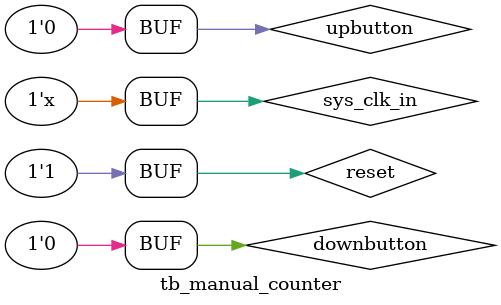
<source format=v>
`timescale 1ns/1ns
module tb_manual_counter();
    reg sys_clk_in;
    reg reset;
    reg upbutton;
    reg downbutton;
    wire [3:0] num;
    wire upbuttonFlag;
    wire downbuttonFlag;

parameter clk_freq = 28'd1000_0000; // 10MHz clock input
parameter debounce_freq = 28'd500_0000;  //5MHz debounce frequency

manual_counter #(
    .clk_freq(clk_freq),
    .debounce_freq(debounce_freq) 
) UUT1(
    .sys_clk_in(sys_clk_in),
    .reset(reset),
    .upbutton(upbutton),
    .downbutton(downbutton),
    .num(num),
    .upbuttonFlag(upbuttonFlag),
    .downbuttonFlag(downbuttonFlag)
);

initial 
begin
        sys_clk_in = 1'b0; // Initialize the clock input to 0
        upbutton = 1'b0; // Initialize the clock input to 0
        downbutton = 1'b0; // Initialize the clock input to 0
    #1  reset = 1'b1; // Initialize the clock input to 0
    #1  reset = 1'b0; // Initialize the clock input to 0
    #1  reset = 1'b1; // Initialize the clock input to 0
    // simulate the button bounce
    #17 
        begin
        upbutton = 1'b1; // Set the upbutton to 1
        end
    #10
        begin
        upbutton = 1'b0; // Set the upbutton to 0
        end
    #15
        begin
        upbutton = 1'b1; // Set the upbutton to 1
        end
    #10
        begin
        upbutton = 1'b0; // Set the upbutton to 0
        end
   
    #45 
        begin
        downbutton = 1'b1; // Set the upbutton to 1
        end
    #10
        begin
        downbutton = 1'b0; // Set the upbutton to 0
        end
    #15
        begin
        downbutton = 1'b1; // Set the upbutton to 1
        end
    #10
        begin
        downbutton = 1'b0; // Set the upbutton to 0
        end
    
    //simulate normal counting 
    #25 
        begin
        upbutton = 1'b1; // Set the upbutton to 1
        end
    #10
        begin
        upbutton = 1'b0; // Set the upbutton to 0
        end
    #55
        begin
        upbutton = 1'b1; // Set the upbutton to 1   
        end
    #10
        begin
        upbutton = 1'b0; // Set the upbutton to 0
        end
    #50
        begin
        downbutton = 1'b1; // Set the downbutton to 1   
        end
    #10
        begin
        downbutton = 1'b0; // Set the downbutton to 0
        end
    #50
        begin
        downbutton = 1'b1; // Set the downbutton to 1   
        end
    #10
        begin
        downbutton = 1'b0; // Set the downbutton to 0
        end
       
end

always
begin
    #5 sys_clk_in = ~sys_clk_in; // Toggle the clock input every 5 time units
end

endmodule
</source>
